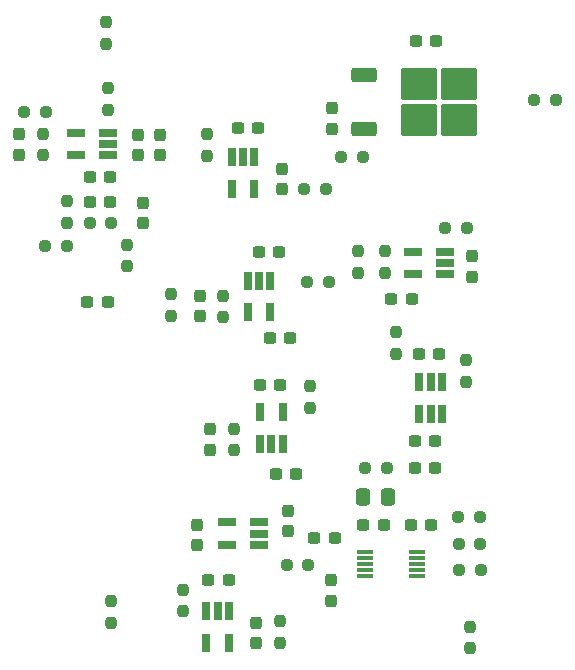
<source format=gbr>
%TF.GenerationSoftware,KiCad,Pcbnew,7.0.2-0*%
%TF.CreationDate,2025-01-08T13:19:12-05:00*%
%TF.ProjectId,plaqchek_sipm_sens,706c6171-6368-4656-9b5f-7369706d5f73,rev?*%
%TF.SameCoordinates,Original*%
%TF.FileFunction,Paste,Top*%
%TF.FilePolarity,Positive*%
%FSLAX46Y46*%
G04 Gerber Fmt 4.6, Leading zero omitted, Abs format (unit mm)*
G04 Created by KiCad (PCBNEW 7.0.2-0) date 2025-01-08 13:19:12*
%MOMM*%
%LPD*%
G01*
G04 APERTURE LIST*
G04 Aperture macros list*
%AMRoundRect*
0 Rectangle with rounded corners*
0 $1 Rounding radius*
0 $2 $3 $4 $5 $6 $7 $8 $9 X,Y pos of 4 corners*
0 Add a 4 corners polygon primitive as box body*
4,1,4,$2,$3,$4,$5,$6,$7,$8,$9,$2,$3,0*
0 Add four circle primitives for the rounded corners*
1,1,$1+$1,$2,$3*
1,1,$1+$1,$4,$5*
1,1,$1+$1,$6,$7*
1,1,$1+$1,$8,$9*
0 Add four rect primitives between the rounded corners*
20,1,$1+$1,$2,$3,$4,$5,0*
20,1,$1+$1,$4,$5,$6,$7,0*
20,1,$1+$1,$6,$7,$8,$9,0*
20,1,$1+$1,$8,$9,$2,$3,0*%
G04 Aperture macros list end*
%ADD10RoundRect,0.237500X-0.300000X-0.237500X0.300000X-0.237500X0.300000X0.237500X-0.300000X0.237500X0*%
%ADD11RoundRect,0.237500X-0.250000X-0.237500X0.250000X-0.237500X0.250000X0.237500X-0.250000X0.237500X0*%
%ADD12RoundRect,0.237500X-0.237500X0.250000X-0.237500X-0.250000X0.237500X-0.250000X0.237500X0.250000X0*%
%ADD13RoundRect,0.237500X0.250000X0.237500X-0.250000X0.237500X-0.250000X-0.237500X0.250000X-0.237500X0*%
%ADD14RoundRect,0.237500X0.237500X-0.300000X0.237500X0.300000X-0.237500X0.300000X-0.237500X-0.300000X0*%
%ADD15R,0.650000X1.560000*%
%ADD16R,1.560000X0.650000*%
%ADD17RoundRect,0.237500X0.300000X0.237500X-0.300000X0.237500X-0.300000X-0.237500X0.300000X-0.237500X0*%
%ADD18RoundRect,0.237500X0.237500X-0.250000X0.237500X0.250000X-0.237500X0.250000X-0.237500X-0.250000X0*%
%ADD19RoundRect,0.237500X-0.237500X0.300000X-0.237500X-0.300000X0.237500X-0.300000X0.237500X0.300000X0*%
%ADD20RoundRect,0.250000X-0.850000X-0.350000X0.850000X-0.350000X0.850000X0.350000X-0.850000X0.350000X0*%
%ADD21RoundRect,0.250000X-1.275000X-1.125000X1.275000X-1.125000X1.275000X1.125000X-1.275000X1.125000X0*%
%ADD22R,1.400000X0.300000*%
%ADD23RoundRect,0.250000X-0.337500X-0.475000X0.337500X-0.475000X0.337500X0.475000X-0.337500X0.475000X0*%
G04 APERTURE END LIST*
D10*
%TO.C,C31*%
X187200000Y-98000000D03*
X188925000Y-98000000D03*
%TD*%
D11*
%TO.C,R9*%
X178087500Y-82200000D03*
X179912500Y-82200000D03*
%TD*%
D12*
%TO.C,R8*%
X178300000Y-91075000D03*
X178300000Y-92900000D03*
%TD*%
D11*
%TO.C,R13*%
X176379500Y-106172000D03*
X178204500Y-106172000D03*
%TD*%
D12*
%TO.C,R11*%
X171900000Y-94675000D03*
X171900000Y-96500000D03*
%TD*%
D13*
%TO.C,R25*%
X182800000Y-71695000D03*
X180975000Y-71695000D03*
%TD*%
D14*
%TO.C,C17*%
X163773950Y-71527000D03*
X163773950Y-69802000D03*
%TD*%
D11*
%TO.C,R21*%
X197320000Y-66840000D03*
X199145000Y-66840000D03*
%TD*%
D10*
%TO.C,C25*%
X187275000Y-61800000D03*
X189000000Y-61800000D03*
%TD*%
D15*
%TO.C,U2*%
X174969800Y-82118000D03*
X174019800Y-82118000D03*
X173069800Y-82118000D03*
X173069800Y-84818000D03*
X174969800Y-84818000D03*
%TD*%
D16*
%TO.C,U11*%
X189771400Y-81563000D03*
X189771400Y-80613000D03*
X189771400Y-79663000D03*
X187071400Y-79663000D03*
X187071400Y-81563000D03*
%TD*%
D10*
%TO.C,C20*%
X159700000Y-73378000D03*
X161425000Y-73378000D03*
%TD*%
D17*
%TO.C,C23*%
X175734500Y-79693000D03*
X174009500Y-79693000D03*
%TD*%
D18*
%TO.C,R20*%
X161100000Y-62050000D03*
X161100000Y-60225000D03*
%TD*%
%TO.C,R24*%
X167562000Y-110124000D03*
X167562000Y-108299000D03*
%TD*%
D12*
%TO.C,R18*%
X175800000Y-110975000D03*
X175800000Y-112800000D03*
%TD*%
D17*
%TO.C,C14*%
X180440500Y-103886000D03*
X178715500Y-103886000D03*
%TD*%
%TO.C,C15*%
X171462500Y-107499000D03*
X169737500Y-107499000D03*
%TD*%
D16*
%TO.C,U4*%
X174000000Y-104500000D03*
X174000000Y-103550000D03*
X174000000Y-102600000D03*
X171300000Y-102600000D03*
X171300000Y-104500000D03*
%TD*%
D10*
%TO.C,C9*%
X187537500Y-88297200D03*
X189262500Y-88297200D03*
%TD*%
D11*
%TO.C,R29*%
X190925000Y-104400000D03*
X192750000Y-104400000D03*
%TD*%
D18*
%TO.C,R23*%
X191930000Y-113252500D03*
X191930000Y-111427500D03*
%TD*%
%TO.C,R7*%
X170971800Y-85213000D03*
X170971800Y-83388000D03*
%TD*%
D12*
%TO.C,R5*%
X162850000Y-79100000D03*
X162850000Y-80925000D03*
%TD*%
D18*
%TO.C,R27*%
X185600000Y-88312500D03*
X185600000Y-86487500D03*
%TD*%
%TO.C,R22*%
X161500000Y-111075000D03*
X161500000Y-109250000D03*
%TD*%
D13*
%TO.C,R4*%
X179655000Y-74380000D03*
X177830000Y-74380000D03*
%TD*%
D17*
%TO.C,C6*%
X176684500Y-86968000D03*
X174959500Y-86968000D03*
%TD*%
D14*
%TO.C,C21*%
X153729750Y-71460500D03*
X153729750Y-69735500D03*
%TD*%
%TO.C,C16*%
X173762000Y-112800000D03*
X173762000Y-111075000D03*
%TD*%
D17*
%TO.C,C29*%
X186952500Y-83640000D03*
X185227500Y-83640000D03*
%TD*%
D11*
%TO.C,R26*%
X189769500Y-77631000D03*
X191594500Y-77631000D03*
%TD*%
D14*
%TO.C,C28*%
X192053600Y-81796600D03*
X192053600Y-80071600D03*
%TD*%
D17*
%TO.C,C8*%
X175834500Y-90922200D03*
X174109500Y-90922200D03*
%TD*%
D19*
%TO.C,C26*%
X180175000Y-67537500D03*
X180175000Y-69262500D03*
%TD*%
D11*
%TO.C,R31*%
X190900000Y-102150000D03*
X192725000Y-102150000D03*
%TD*%
D18*
%TO.C,R17*%
X157800000Y-77225000D03*
X157800000Y-75400000D03*
%TD*%
D12*
%TO.C,R12*%
X191590900Y-88885200D03*
X191590900Y-90710200D03*
%TD*%
D19*
%TO.C,C12*%
X180086000Y-107495000D03*
X180086000Y-109220000D03*
%TD*%
D14*
%TO.C,C4*%
X175980000Y-74372500D03*
X175980000Y-72647500D03*
%TD*%
D12*
%TO.C,R19*%
X182400000Y-79637500D03*
X182400000Y-81462500D03*
%TD*%
D13*
%TO.C,R16*%
X155956000Y-67818000D03*
X154131000Y-67818000D03*
%TD*%
D10*
%TO.C,C3*%
X159475000Y-83900000D03*
X161200000Y-83900000D03*
%TD*%
%TO.C,C30*%
X182850800Y-102814200D03*
X184575800Y-102814200D03*
%TD*%
D12*
%TO.C,R6*%
X166600000Y-83275000D03*
X166600000Y-85100000D03*
%TD*%
D19*
%TO.C,C27*%
X176500000Y-101587500D03*
X176500000Y-103312500D03*
%TD*%
D11*
%TO.C,R1*%
X155925000Y-79150000D03*
X157750000Y-79150000D03*
%TD*%
D18*
%TO.C,R3*%
X169650000Y-71575000D03*
X169650000Y-69750000D03*
%TD*%
D14*
%TO.C,C5*%
X169053800Y-85113000D03*
X169053800Y-83388000D03*
%TD*%
D19*
%TO.C,C10*%
X168800000Y-102787500D03*
X168800000Y-104512500D03*
%TD*%
D20*
%TO.C,U9*%
X182950000Y-64690000D03*
D21*
X187575000Y-65445000D03*
X187575000Y-68495000D03*
X190925000Y-65445000D03*
X190925000Y-68495000D03*
D20*
X182950000Y-69250000D03*
%TD*%
D12*
%TO.C,R14*%
X161239750Y-65823000D03*
X161239750Y-67648000D03*
%TD*%
D19*
%TO.C,C7*%
X169900000Y-94700000D03*
X169900000Y-96425000D03*
%TD*%
D15*
%TO.C,U1*%
X173622701Y-71648808D03*
X172672701Y-71648808D03*
X171722701Y-71648808D03*
X171722701Y-74348808D03*
X173622701Y-74348808D03*
%TD*%
D16*
%TO.C,U8*%
X161235550Y-71517200D03*
X161235550Y-70567200D03*
X161235550Y-69617200D03*
X158535550Y-69617200D03*
X158535550Y-71517200D03*
%TD*%
D13*
%TO.C,R28*%
X184825000Y-98000000D03*
X183000000Y-98000000D03*
%TD*%
D15*
%TO.C,U7*%
X171462000Y-110099000D03*
X170512000Y-110099000D03*
X169562000Y-110099000D03*
X169562000Y-112799000D03*
X171462000Y-112799000D03*
%TD*%
D18*
%TO.C,R10*%
X184658400Y-81464500D03*
X184658400Y-79639500D03*
%TD*%
D15*
%TO.C,U5*%
X187610300Y-93410200D03*
X188560300Y-93410200D03*
X189510300Y-93410200D03*
X189510300Y-90710200D03*
X188560300Y-90710200D03*
X187610300Y-90710200D03*
%TD*%
D22*
%TO.C,U6*%
X183003200Y-105108200D03*
X183003200Y-105608200D03*
X183003200Y-106108200D03*
X183003200Y-106608200D03*
X183003200Y-107108200D03*
X187403200Y-107108200D03*
X187403200Y-106608200D03*
X187403200Y-106108200D03*
X187403200Y-105608200D03*
X187403200Y-105108200D03*
%TD*%
D17*
%TO.C,C22*%
X188600000Y-102825000D03*
X186875000Y-102825000D03*
%TD*%
D14*
%TO.C,C18*%
X165679750Y-71508000D03*
X165679750Y-69783000D03*
%TD*%
D17*
%TO.C,C24*%
X177162500Y-98475000D03*
X175437500Y-98475000D03*
%TD*%
D11*
%TO.C,R2*%
X159687500Y-77250000D03*
X161512500Y-77250000D03*
%TD*%
D18*
%TO.C,R15*%
X155769750Y-71520500D03*
X155769750Y-69695500D03*
%TD*%
D17*
%TO.C,C1*%
X173962500Y-69175000D03*
X172237500Y-69175000D03*
%TD*%
D19*
%TO.C,C2*%
X164200000Y-75537500D03*
X164200000Y-77262500D03*
%TD*%
D10*
%TO.C,C19*%
X159702500Y-75438000D03*
X161427500Y-75438000D03*
%TD*%
%TO.C,C11*%
X187198900Y-95663200D03*
X188923900Y-95663200D03*
%TD*%
D15*
%TO.C,U3*%
X174122000Y-95918000D03*
X175072000Y-95918000D03*
X176022000Y-95918000D03*
X176022000Y-93218000D03*
X174122000Y-93218000D03*
%TD*%
D23*
%TO.C,C13*%
X182850800Y-100477400D03*
X184925800Y-100477400D03*
%TD*%
D11*
%TO.C,R30*%
X190975000Y-106650000D03*
X192800000Y-106650000D03*
%TD*%
M02*

</source>
